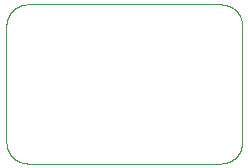
<source format=gm1>
%TF.GenerationSoftware,KiCad,Pcbnew,9.0.6*%
%TF.CreationDate,2026-01-06T08:34:59+09:00*%
%TF.ProjectId,muon,6d756f6e-2e6b-4696-9361-645f70636258,rev?*%
%TF.SameCoordinates,Original*%
%TF.FileFunction,Profile,NP*%
%FSLAX46Y46*%
G04 Gerber Fmt 4.6, Leading zero omitted, Abs format (unit mm)*
G04 Created by KiCad (PCBNEW 9.0.6) date 2026-01-06 08:34:59*
%MOMM*%
%LPD*%
G01*
G04 APERTURE LIST*
%ADD10C,0.050000*%
%TA.AperFunction,Profile*%
%ADD11C,0.050000*%
%TD*%
G04 APERTURE END LIST*
D10*
X64000000Y-52362500D02*
X64000003Y-52329918D01*
X64000022Y-52297377D01*
X64000073Y-52264876D01*
X64000173Y-52232415D01*
X64000338Y-52199994D01*
X64000450Y-52183799D01*
X64000584Y-52167614D01*
X64000743Y-52151439D01*
X64000928Y-52135274D01*
X64001141Y-52119120D01*
X64001385Y-52102975D01*
X64001661Y-52086841D01*
X64001972Y-52070717D01*
X64002320Y-52054603D01*
X64002705Y-52038500D01*
X64003132Y-52022406D01*
X64003601Y-52006323D01*
X64004115Y-51990250D01*
X64004675Y-51974188D01*
X64005284Y-51958136D01*
X64005944Y-51942094D01*
X64006656Y-51926062D01*
X64007424Y-51910041D01*
X64008248Y-51894030D01*
X64009131Y-51878029D01*
X64010075Y-51862038D01*
X64011081Y-51846059D01*
X64012153Y-51830089D01*
X64013292Y-51814130D01*
X64014499Y-51798181D01*
X64015778Y-51782242D01*
X64017129Y-51766315D01*
X64018556Y-51750397D01*
X64020060Y-51734490D01*
X64020842Y-51726540D01*
X64021643Y-51718593D01*
X64022465Y-51710649D01*
X64023307Y-51702707D01*
X64024170Y-51694768D01*
X64025055Y-51686831D01*
X64025960Y-51678898D01*
X64026887Y-51670966D01*
X64027836Y-51663038D01*
X64028807Y-51655112D01*
X64029800Y-51647188D01*
X64030816Y-51639267D01*
X64031855Y-51631349D01*
X64032916Y-51623434D01*
X64034001Y-51615521D01*
X64035110Y-51607611D01*
X64036243Y-51599703D01*
X64037399Y-51591798D01*
X64038580Y-51583896D01*
X64039786Y-51575996D01*
X64041016Y-51568099D01*
X64042272Y-51560205D01*
X64043552Y-51552313D01*
X64044859Y-51544424D01*
X64046191Y-51536538D01*
X64047550Y-51528654D01*
X64048935Y-51520773D01*
X64050346Y-51512894D01*
X64051785Y-51505019D01*
X64053250Y-51497145D01*
X64054743Y-51489275D01*
X64056264Y-51481407D01*
X64057812Y-51473542D01*
X64059389Y-51465679D01*
X64060994Y-51457820D01*
X64062627Y-51449962D01*
X64064290Y-51442108D01*
X64065982Y-51434256D01*
X64067703Y-51426407D01*
X64069454Y-51418560D01*
X64071234Y-51410717D01*
X64073045Y-51402876D01*
X64074887Y-51395037D01*
X64076759Y-51387201D01*
X64078662Y-51379368D01*
X64080596Y-51371538D01*
X64082562Y-51363710D01*
X64084559Y-51355885D01*
X64086588Y-51348063D01*
X64088650Y-51340243D01*
X82659757Y-50088650D02*
X82665957Y-50090308D01*
X82672197Y-50091998D01*
X82678352Y-50093686D01*
X82684543Y-50095405D01*
X82690656Y-50097124D01*
X82696802Y-50098873D01*
X82702875Y-50100622D01*
X82708979Y-50102401D01*
X82715013Y-50104181D01*
X82721078Y-50105991D01*
X82727075Y-50107803D01*
X82733101Y-50109644D01*
X82739064Y-50111487D01*
X82745053Y-50113360D01*
X82750982Y-50115234D01*
X82756936Y-50117139D01*
X82762832Y-50119045D01*
X82768753Y-50120981D01*
X82774617Y-50122920D01*
X82780504Y-50124888D01*
X82786338Y-50126859D01*
X82792193Y-50128859D01*
X82797996Y-50130863D01*
X82803820Y-50132895D01*
X82809594Y-50134931D01*
X82815388Y-50136995D01*
X82821132Y-50139064D01*
X82826896Y-50141161D01*
X82832612Y-50143262D01*
X82838347Y-50145391D01*
X82844035Y-50147525D01*
X82849740Y-50149687D01*
X82855401Y-50151853D01*
X82861078Y-50154047D01*
X82866712Y-50156246D01*
X82872361Y-50158473D01*
X82877968Y-50160705D01*
X82883590Y-50162965D01*
X82889170Y-50165229D01*
X82894764Y-50167521D01*
X82900318Y-50169819D01*
X82905886Y-50172144D01*
X82911414Y-50174474D01*
X82916955Y-50176831D01*
X82922457Y-50179194D01*
X82927971Y-50181585D01*
X82933448Y-50183980D01*
X82938936Y-50186403D01*
X82944388Y-50188832D01*
X82949850Y-50191288D01*
X82955277Y-50193749D01*
X82960713Y-50196237D01*
X82966115Y-50198732D01*
X82971526Y-50201253D01*
X82976902Y-50203780D01*
X82982288Y-50206334D01*
X82987640Y-50208894D01*
X82993000Y-50211480D01*
X82998328Y-50214073D01*
X83003663Y-50216692D01*
X83008966Y-50219318D01*
X83014277Y-50221970D01*
X83019556Y-50224628D01*
X83024841Y-50227313D01*
X83030096Y-50230004D01*
X83035357Y-50232722D01*
X83040588Y-50235446D01*
X83045825Y-50238196D01*
X83051031Y-50240953D01*
X83056244Y-50243736D01*
X83061426Y-50246526D01*
X83066615Y-50249342D01*
X83071774Y-50252165D01*
X83076938Y-50255013D01*
X83082073Y-50257869D01*
X83087213Y-50260750D01*
X83092325Y-50263638D01*
X83097441Y-50266552D01*
X83102529Y-50269474D01*
X83107622Y-50272421D01*
X83112687Y-50275375D01*
X83117755Y-50278354D01*
X83122797Y-50281342D01*
X83127842Y-50284354D01*
X83132860Y-50287374D01*
X83137881Y-50290419D01*
X83142876Y-50293472D01*
X83147874Y-50296551D01*
X83152846Y-50299637D01*
X83157821Y-50302748D01*
X83162770Y-50305866D01*
X83167721Y-50309011D01*
X83172647Y-50312162D01*
X83177575Y-50315339D01*
X83182478Y-50318524D01*
X83187383Y-50321734D01*
X83192263Y-50324952D01*
X83197145Y-50328195D01*
X83202002Y-50331446D01*
X83206861Y-50334722D01*
X83211695Y-50338006D01*
X83216531Y-50341315D01*
X83221343Y-50344632D01*
X83226156Y-50347974D01*
X83230945Y-50351325D01*
X83235735Y-50354700D01*
X83240502Y-50358083D01*
X83245269Y-50361492D01*
X83250013Y-50364909D01*
X83254757Y-50368350D01*
X83259479Y-50371800D01*
X83264201Y-50375275D01*
X83268900Y-50378759D01*
X83273599Y-50382267D01*
X83278276Y-50385784D01*
X83282953Y-50389325D01*
X83288736Y-50393740D01*
X65523723Y-50048404D02*
X65537403Y-50046033D01*
X65551199Y-50043723D01*
X65565115Y-50041474D01*
X65579156Y-50039285D01*
X65593326Y-50037157D01*
X65607632Y-50035088D01*
X65622078Y-50033080D01*
X65636670Y-50031132D01*
X65651415Y-50029244D01*
X65666320Y-50027416D01*
X65681391Y-50025647D01*
X65696636Y-50023938D01*
X65712064Y-50022289D01*
X65727684Y-50020699D01*
X65743505Y-50019169D01*
X65759539Y-50017698D01*
X65775796Y-50016286D01*
X65792291Y-50014933D01*
X65809036Y-50013640D01*
X65826047Y-50012405D01*
X65843341Y-50011230D01*
X65860938Y-50010113D01*
X65878859Y-50009056D01*
X65897128Y-50008057D01*
X65915772Y-50007117D01*
X65934823Y-50006236D01*
X65954316Y-50005414D01*
X65974295Y-50004651D01*
X65994808Y-50003946D01*
X66015914Y-50003299D01*
X66037685Y-50002711D01*
X66060207Y-50002182D01*
X66083590Y-50001711D01*
X66107975Y-50001298D01*
X66133547Y-50000943D01*
X66160560Y-50000645D01*
X66189383Y-50000406D01*
X66220582Y-50000223D01*
X66255126Y-50000096D01*
X66294952Y-50000024D01*
X66345338Y-50000000D01*
X66362500Y-50000000D01*
D11*
X84000000Y-61137500D02*
X84000000Y-52362500D01*
D10*
X83288736Y-50393740D02*
X83293384Y-50397317D01*
X83298026Y-50400914D01*
X83302650Y-50404522D01*
X83307268Y-50408151D01*
X83311868Y-50411792D01*
X83316461Y-50415453D01*
X83321036Y-50419126D01*
X83325605Y-50422818D01*
X83330155Y-50426522D01*
X83334699Y-50430246D01*
X83339224Y-50433981D01*
X83343742Y-50437736D01*
X83348241Y-50441501D01*
X83352734Y-50445287D01*
X83357208Y-50449083D01*
X83361674Y-50452900D01*
X83366121Y-50456726D01*
X83370561Y-50460573D01*
X83374982Y-50464430D01*
X83379396Y-50468306D01*
X83383790Y-50472193D01*
X83388176Y-50476099D01*
X83392544Y-50480015D01*
X83396903Y-50483951D01*
X83401243Y-50487897D01*
X83405575Y-50491862D01*
X83409888Y-50495836D01*
X83414192Y-50499831D01*
X83418476Y-50503834D01*
X83422753Y-50507857D01*
X83427009Y-50511889D01*
X83431257Y-50515941D01*
X83435486Y-50520002D01*
X83439705Y-50524082D01*
X83443905Y-50528170D01*
X83448096Y-50532278D01*
X83452268Y-50536395D01*
X83456430Y-50540531D01*
X83460572Y-50544676D01*
X83464705Y-50548840D01*
X83468819Y-50553012D01*
X83472922Y-50557203D01*
X83477007Y-50561403D01*
X83481081Y-50565621D01*
X83485136Y-50569848D01*
X83489180Y-50574093D01*
X83493205Y-50578347D01*
X83497220Y-50582619D01*
X83501215Y-50586900D01*
X83505200Y-50591199D01*
X83509165Y-50595506D01*
X83513120Y-50599831D01*
X83517055Y-50604165D01*
X83520979Y-50608517D01*
X83524884Y-50612876D01*
X83528778Y-50617254D01*
X83532652Y-50621640D01*
X83536515Y-50626044D01*
X83540359Y-50630455D01*
X83544192Y-50634885D01*
X83548004Y-50639322D01*
X83551806Y-50643777D01*
X83555588Y-50648240D01*
X83559358Y-50652721D01*
X83563109Y-50657209D01*
X83566849Y-50661714D01*
X83570568Y-50666228D01*
X83574276Y-50670759D01*
X83577965Y-50675297D01*
X83581641Y-50679853D01*
X83585298Y-50684416D01*
X83588943Y-50688997D01*
X83592569Y-50693585D01*
X83596182Y-50698190D01*
X83599776Y-50702802D01*
X83603358Y-50707432D01*
X83606920Y-50712069D01*
X83610470Y-50716723D01*
X83614000Y-50721384D01*
X83617518Y-50726063D01*
X83621016Y-50730748D01*
X83624502Y-50735451D01*
X83627967Y-50740160D01*
X83631421Y-50744887D01*
X83634855Y-50749620D01*
X83638277Y-50754370D01*
X83641678Y-50759127D01*
X83645067Y-50763902D01*
X83648436Y-50768682D01*
X83651793Y-50773480D01*
X83655130Y-50778284D01*
X83658454Y-50783105D01*
X83661758Y-50787933D01*
X83665050Y-50792778D01*
X83668322Y-50797629D01*
X83671581Y-50802497D01*
X83674820Y-50807371D01*
X83678046Y-50812262D01*
X83681252Y-50817159D01*
X83684445Y-50822073D01*
X83687619Y-50826994D01*
X83690779Y-50831931D01*
X83693920Y-50836874D01*
X83697047Y-50841834D01*
X83700155Y-50846800D01*
X83703249Y-50851783D01*
X83706324Y-50856772D01*
X83709385Y-50861777D01*
X83712426Y-50866789D01*
X83715455Y-50871817D01*
X83718463Y-50876851D01*
X83721458Y-50881901D01*
X83726314Y-50890176D01*
X65340243Y-63411350D02*
X65334043Y-63409692D01*
X65327803Y-63408002D01*
X65321648Y-63406314D01*
X65315457Y-63404595D01*
X65309344Y-63402876D01*
X65303198Y-63401127D01*
X65297125Y-63399378D01*
X65291021Y-63397599D01*
X65284987Y-63395819D01*
X65278922Y-63394009D01*
X65272925Y-63392197D01*
X65266899Y-63390356D01*
X65260936Y-63388513D01*
X65254947Y-63386640D01*
X65249018Y-63384766D01*
X65243064Y-63382861D01*
X65237168Y-63380955D01*
X65231247Y-63379019D01*
X65225383Y-63377080D01*
X65219496Y-63375112D01*
X65213662Y-63373141D01*
X65207807Y-63371141D01*
X65202004Y-63369137D01*
X65196180Y-63367105D01*
X65190406Y-63365069D01*
X65184612Y-63363005D01*
X65178868Y-63360936D01*
X65173104Y-63358839D01*
X65167388Y-63356738D01*
X65161653Y-63354609D01*
X65155965Y-63352475D01*
X65150260Y-63350313D01*
X65144599Y-63348147D01*
X65138922Y-63345953D01*
X65133288Y-63343754D01*
X65127639Y-63341527D01*
X65122032Y-63339295D01*
X65116410Y-63337035D01*
X65110830Y-63334771D01*
X65105236Y-63332479D01*
X65099682Y-63330181D01*
X65094114Y-63327856D01*
X65088586Y-63325526D01*
X65083045Y-63323169D01*
X65077543Y-63320806D01*
X65072029Y-63318415D01*
X65066552Y-63316020D01*
X65061064Y-63313597D01*
X65055612Y-63311168D01*
X65050150Y-63308712D01*
X65044723Y-63306251D01*
X65039287Y-63303763D01*
X65033885Y-63301268D01*
X65028474Y-63298747D01*
X65023098Y-63296220D01*
X65017712Y-63293666D01*
X65012360Y-63291106D01*
X65007000Y-63288520D01*
X65001672Y-63285927D01*
X64996337Y-63283308D01*
X64991034Y-63280682D01*
X64985723Y-63278030D01*
X64980444Y-63275372D01*
X64975159Y-63272687D01*
X64969904Y-63269996D01*
X64964643Y-63267278D01*
X64959412Y-63264554D01*
X64954175Y-63261804D01*
X64948969Y-63259047D01*
X64943756Y-63256264D01*
X64938574Y-63253474D01*
X64933385Y-63250658D01*
X64928226Y-63247835D01*
X64923062Y-63244987D01*
X64917927Y-63242131D01*
X64912787Y-63239250D01*
X64907675Y-63236362D01*
X64902559Y-63233448D01*
X64897471Y-63230526D01*
X64892378Y-63227579D01*
X64887313Y-63224625D01*
X64882245Y-63221646D01*
X64877203Y-63218658D01*
X64872158Y-63215646D01*
X64867140Y-63212626D01*
X64862119Y-63209581D01*
X64857124Y-63206528D01*
X64852126Y-63203449D01*
X64847154Y-63200363D01*
X64842179Y-63197252D01*
X64837230Y-63194134D01*
X64832279Y-63190989D01*
X64827353Y-63187838D01*
X64822425Y-63184661D01*
X64817522Y-63181476D01*
X64812617Y-63178266D01*
X64807737Y-63175048D01*
X64802855Y-63171805D01*
X64797998Y-63168554D01*
X64793139Y-63165278D01*
X64788305Y-63161994D01*
X64783469Y-63158685D01*
X64778657Y-63155368D01*
X64773844Y-63152026D01*
X64769055Y-63148675D01*
X64764265Y-63145300D01*
X64759498Y-63141917D01*
X64754731Y-63138508D01*
X64749987Y-63135091D01*
X64745243Y-63131650D01*
X64740521Y-63128200D01*
X64735799Y-63124725D01*
X64731100Y-63121241D01*
X64726401Y-63117733D01*
X64721724Y-63114216D01*
X64717047Y-63110675D01*
X64711264Y-63106260D01*
X83109824Y-63226314D02*
X83099704Y-63232169D01*
X83089542Y-63237957D01*
X83079335Y-63243678D01*
X83069086Y-63249332D01*
X83058791Y-63254920D01*
X83048453Y-63260441D01*
X83038069Y-63265895D01*
X83027640Y-63271284D01*
X83017165Y-63276606D01*
X83006644Y-63281863D01*
X82996076Y-63287054D01*
X82985461Y-63292179D01*
X82974799Y-63297239D01*
X82964088Y-63302234D01*
X82953328Y-63307163D01*
X82942519Y-63312028D01*
X82931661Y-63316827D01*
X82920752Y-63321562D01*
X82909791Y-63326232D01*
X82898780Y-63330837D01*
X82887716Y-63335378D01*
X82876599Y-63339855D01*
X82865429Y-63344267D01*
X82854204Y-63348615D01*
X82842925Y-63352899D01*
X82831589Y-63357119D01*
X82820197Y-63361275D01*
X82808748Y-63365368D01*
X82797240Y-63369396D01*
X82785673Y-63373362D01*
X82774046Y-63377263D01*
X82762358Y-63381101D01*
X82750608Y-63384876D01*
X82738795Y-63388588D01*
X82726917Y-63392236D01*
X82714973Y-63395822D01*
X82702963Y-63399344D01*
X82690885Y-63402804D01*
X82678737Y-63406200D01*
X82666518Y-63409534D01*
X82654226Y-63412806D01*
X82641860Y-63416015D01*
X82629417Y-63419162D01*
X82616897Y-63422246D01*
X82604296Y-63425269D01*
X82591613Y-63428230D01*
X82578846Y-63431128D01*
X82565991Y-63433966D01*
X82553046Y-63436741D01*
X82540009Y-63439456D01*
X82526875Y-63442109D01*
X82513642Y-63444702D01*
X82500305Y-63447234D01*
X82486860Y-63449706D01*
X82476277Y-63451596D01*
X81637500Y-50000000D02*
X81670082Y-50000003D01*
X81702623Y-50000022D01*
X81735124Y-50000073D01*
X81767585Y-50000173D01*
X81800006Y-50000338D01*
X81816201Y-50000450D01*
X81832386Y-50000584D01*
X81848561Y-50000743D01*
X81864726Y-50000928D01*
X81880880Y-50001141D01*
X81897025Y-50001385D01*
X81913159Y-50001661D01*
X81929283Y-50001972D01*
X81945397Y-50002320D01*
X81961500Y-50002705D01*
X81977594Y-50003132D01*
X81993677Y-50003601D01*
X82009750Y-50004115D01*
X82025812Y-50004675D01*
X82041864Y-50005284D01*
X82057906Y-50005944D01*
X82073938Y-50006656D01*
X82089959Y-50007424D01*
X82105970Y-50008248D01*
X82121971Y-50009131D01*
X82137962Y-50010075D01*
X82153942Y-50011081D01*
X82169911Y-50012153D01*
X82185870Y-50013292D01*
X82201819Y-50014499D01*
X82217758Y-50015778D01*
X82233685Y-50017129D01*
X82249603Y-50018556D01*
X82265510Y-50020060D01*
X82273460Y-50020842D01*
X82281407Y-50021643D01*
X82289351Y-50022465D01*
X82297293Y-50023307D01*
X82305232Y-50024170D01*
X82313169Y-50025055D01*
X82321102Y-50025960D01*
X82329034Y-50026887D01*
X82336962Y-50027836D01*
X82344888Y-50028807D01*
X82352812Y-50029800D01*
X82360733Y-50030816D01*
X82368651Y-50031855D01*
X82376566Y-50032916D01*
X82384479Y-50034001D01*
X82392389Y-50035110D01*
X82400297Y-50036243D01*
X82408202Y-50037399D01*
X82416104Y-50038580D01*
X82424004Y-50039786D01*
X82431901Y-50041016D01*
X82439795Y-50042272D01*
X82447687Y-50043552D01*
X82455576Y-50044859D01*
X82463462Y-50046191D01*
X82471346Y-50047550D01*
X82479227Y-50048935D01*
X82487106Y-50050346D01*
X82494981Y-50051785D01*
X82502855Y-50053250D01*
X82510725Y-50054743D01*
X82518593Y-50056264D01*
X82526458Y-50057812D01*
X82534321Y-50059389D01*
X82542180Y-50060994D01*
X82550038Y-50062627D01*
X82557892Y-50064290D01*
X82565744Y-50065982D01*
X82573593Y-50067703D01*
X82581440Y-50069454D01*
X82589283Y-50071234D01*
X82597124Y-50073045D01*
X82604963Y-50074887D01*
X82612799Y-50076759D01*
X82620632Y-50078662D01*
X82628462Y-50080596D01*
X82636290Y-50082562D01*
X82644115Y-50084559D01*
X82651937Y-50086588D01*
X82659757Y-50088650D01*
X66362500Y-63500000D02*
X66329918Y-63499997D01*
X66297377Y-63499978D01*
X66264876Y-63499927D01*
X66232415Y-63499827D01*
X66199994Y-63499662D01*
X66183799Y-63499550D01*
X66167614Y-63499416D01*
X66151439Y-63499257D01*
X66135274Y-63499072D01*
X66119120Y-63498859D01*
X66102975Y-63498615D01*
X66086841Y-63498339D01*
X66070717Y-63498028D01*
X66054603Y-63497680D01*
X66038500Y-63497295D01*
X66022406Y-63496868D01*
X66006323Y-63496399D01*
X65990250Y-63495885D01*
X65974188Y-63495325D01*
X65958136Y-63494716D01*
X65942094Y-63494056D01*
X65926062Y-63493344D01*
X65910041Y-63492576D01*
X65894030Y-63491752D01*
X65878029Y-63490869D01*
X65862038Y-63489925D01*
X65846059Y-63488919D01*
X65830089Y-63487847D01*
X65814130Y-63486708D01*
X65798181Y-63485501D01*
X65782242Y-63484222D01*
X65766315Y-63482871D01*
X65750397Y-63481444D01*
X65734490Y-63479940D01*
X65726540Y-63479158D01*
X65718593Y-63478357D01*
X65710649Y-63477535D01*
X65702707Y-63476693D01*
X65694768Y-63475830D01*
X65686831Y-63474945D01*
X65678898Y-63474040D01*
X65670966Y-63473113D01*
X65663038Y-63472164D01*
X65655112Y-63471193D01*
X65647188Y-63470200D01*
X65639267Y-63469184D01*
X65631349Y-63468145D01*
X65623434Y-63467084D01*
X65615521Y-63465999D01*
X65607611Y-63464890D01*
X65599703Y-63463757D01*
X65591798Y-63462601D01*
X65583896Y-63461420D01*
X65575996Y-63460214D01*
X65568099Y-63458984D01*
X65560205Y-63457728D01*
X65552313Y-63456448D01*
X65544424Y-63455141D01*
X65536538Y-63453809D01*
X65528654Y-63452450D01*
X65520773Y-63451065D01*
X65512894Y-63449654D01*
X65505019Y-63448215D01*
X65497145Y-63446750D01*
X65489275Y-63445257D01*
X65481407Y-63443736D01*
X65473542Y-63442188D01*
X65465679Y-63440611D01*
X65457820Y-63439006D01*
X65449962Y-63437373D01*
X65442108Y-63435710D01*
X65434256Y-63434018D01*
X65426407Y-63432297D01*
X65418560Y-63430546D01*
X65410717Y-63428766D01*
X65402876Y-63426955D01*
X65395037Y-63425113D01*
X65387201Y-63423241D01*
X65379368Y-63421338D01*
X65371538Y-63419404D01*
X65363710Y-63417438D01*
X65355885Y-63415441D01*
X65348063Y-63413412D01*
X65340243Y-63411350D01*
X83726314Y-50890176D02*
X83732169Y-50900296D01*
X83737957Y-50910458D01*
X83743678Y-50920665D01*
X83749332Y-50930914D01*
X83754920Y-50941209D01*
X83760441Y-50951547D01*
X83765895Y-50961931D01*
X83771284Y-50972360D01*
X83776606Y-50982835D01*
X83781863Y-50993356D01*
X83787054Y-51003924D01*
X83792179Y-51014539D01*
X83797239Y-51025201D01*
X83802234Y-51035912D01*
X83807163Y-51046672D01*
X83812028Y-51057481D01*
X83816827Y-51068339D01*
X83821562Y-51079248D01*
X83826232Y-51090209D01*
X83830837Y-51101220D01*
X83835378Y-51112284D01*
X83839855Y-51123401D01*
X83844267Y-51134571D01*
X83848615Y-51145796D01*
X83852899Y-51157075D01*
X83857119Y-51168411D01*
X83861275Y-51179803D01*
X83865368Y-51191252D01*
X83869396Y-51202760D01*
X83873362Y-51214327D01*
X83877263Y-51225954D01*
X83881101Y-51237642D01*
X83884876Y-51249392D01*
X83888588Y-51261205D01*
X83892236Y-51273083D01*
X83895822Y-51285027D01*
X83899344Y-51297037D01*
X83902804Y-51309115D01*
X83906200Y-51321263D01*
X83909534Y-51333482D01*
X83912806Y-51345774D01*
X83916015Y-51358140D01*
X83919162Y-51370583D01*
X83922246Y-51383103D01*
X83925269Y-51395704D01*
X83928230Y-51408387D01*
X83931128Y-51421154D01*
X83933966Y-51434009D01*
X83936741Y-51446954D01*
X83939456Y-51459991D01*
X83942109Y-51473125D01*
X83944702Y-51486358D01*
X83947234Y-51499695D01*
X83949706Y-51513140D01*
X83951596Y-51523723D01*
X64711264Y-63106260D02*
X64706616Y-63102683D01*
X64701974Y-63099086D01*
X64697350Y-63095478D01*
X64692732Y-63091849D01*
X64688132Y-63088208D01*
X64683539Y-63084547D01*
X64678964Y-63080874D01*
X64674395Y-63077182D01*
X64669845Y-63073478D01*
X64665301Y-63069754D01*
X64660776Y-63066019D01*
X64656258Y-63062264D01*
X64651759Y-63058499D01*
X64647266Y-63054713D01*
X64642792Y-63050917D01*
X64638326Y-63047100D01*
X64633879Y-63043274D01*
X64629439Y-63039427D01*
X64625018Y-63035570D01*
X64620604Y-63031694D01*
X64616210Y-63027807D01*
X64611824Y-63023901D01*
X64607456Y-63019985D01*
X64603097Y-63016049D01*
X64598757Y-63012103D01*
X64594425Y-63008138D01*
X64590112Y-63004164D01*
X64585808Y-63000169D01*
X64581524Y-62996166D01*
X64577247Y-62992143D01*
X64572991Y-62988111D01*
X64568743Y-62984059D01*
X64564514Y-62979998D01*
X64560295Y-62975918D01*
X64556095Y-62971830D01*
X64551904Y-62967722D01*
X64547732Y-62963605D01*
X64543570Y-62959469D01*
X64539428Y-62955324D01*
X64535295Y-62951160D01*
X64531181Y-62946988D01*
X64527078Y-62942797D01*
X64522993Y-62938597D01*
X64518919Y-62934379D01*
X64514864Y-62930152D01*
X64510820Y-62925907D01*
X64506795Y-62921653D01*
X64502780Y-62917381D01*
X64498785Y-62913100D01*
X64494800Y-62908801D01*
X64490835Y-62904494D01*
X64486880Y-62900169D01*
X64482945Y-62895835D01*
X64479021Y-62891483D01*
X64475116Y-62887124D01*
X64471222Y-62882746D01*
X64467348Y-62878360D01*
X64463485Y-62873956D01*
X64459641Y-62869545D01*
X64455808Y-62865115D01*
X64451996Y-62860678D01*
X64448194Y-62856223D01*
X64444412Y-62851760D01*
X64440642Y-62847279D01*
X64436891Y-62842791D01*
X64433151Y-62838286D01*
X64429432Y-62833772D01*
X64425724Y-62829241D01*
X64422035Y-62824703D01*
X64418359Y-62820147D01*
X64414702Y-62815584D01*
X64411057Y-62811003D01*
X64407431Y-62806415D01*
X64403818Y-62801810D01*
X64400224Y-62797198D01*
X64396642Y-62792568D01*
X64393080Y-62787931D01*
X64389530Y-62783277D01*
X64386000Y-62778616D01*
X64382482Y-62773937D01*
X64378984Y-62769252D01*
X64375498Y-62764549D01*
X64372033Y-62759840D01*
X64368579Y-62755113D01*
X64365145Y-62750380D01*
X64361723Y-62745630D01*
X64358322Y-62740873D01*
X64354933Y-62736098D01*
X64351564Y-62731318D01*
X64348207Y-62726520D01*
X64344870Y-62721716D01*
X64341546Y-62716895D01*
X64338242Y-62712067D01*
X64334950Y-62707222D01*
X64331678Y-62702371D01*
X64328419Y-62697503D01*
X64325180Y-62692629D01*
X64321954Y-62687738D01*
X64318748Y-62682841D01*
X64315555Y-62677927D01*
X64312381Y-62673006D01*
X64309221Y-62668069D01*
X64306080Y-62663126D01*
X64302953Y-62658166D01*
X64299845Y-62653200D01*
X64296751Y-62648217D01*
X64293676Y-62643228D01*
X64290615Y-62638223D01*
X64287574Y-62633211D01*
X64284545Y-62628183D01*
X64281537Y-62623149D01*
X64278542Y-62618099D01*
X64273686Y-62609824D01*
X83606260Y-62788736D02*
X83602683Y-62793384D01*
X83599086Y-62798026D01*
X83595478Y-62802650D01*
X83591849Y-62807268D01*
X83588208Y-62811868D01*
X83584547Y-62816461D01*
X83580874Y-62821036D01*
X83577182Y-62825605D01*
X83573478Y-62830155D01*
X83569754Y-62834699D01*
X83566019Y-62839224D01*
X83562264Y-62843742D01*
X83558499Y-62848241D01*
X83554713Y-62852734D01*
X83550917Y-62857208D01*
X83547100Y-62861674D01*
X83543274Y-62866121D01*
X83539427Y-62870561D01*
X83535570Y-62874982D01*
X83531694Y-62879396D01*
X83527807Y-62883790D01*
X83523901Y-62888176D01*
X83519985Y-62892544D01*
X83516049Y-62896903D01*
X83512103Y-62901243D01*
X83508138Y-62905575D01*
X83504164Y-62909888D01*
X83500169Y-62914192D01*
X83496166Y-62918476D01*
X83492143Y-62922753D01*
X83488111Y-62927009D01*
X83484059Y-62931257D01*
X83479998Y-62935486D01*
X83475918Y-62939705D01*
X83471830Y-62943905D01*
X83467722Y-62948096D01*
X83463605Y-62952268D01*
X83459469Y-62956430D01*
X83455324Y-62960572D01*
X83451160Y-62964705D01*
X83446988Y-62968819D01*
X83442797Y-62972922D01*
X83438597Y-62977007D01*
X83434379Y-62981081D01*
X83430152Y-62985136D01*
X83425907Y-62989180D01*
X83421653Y-62993205D01*
X83417381Y-62997220D01*
X83413100Y-63001215D01*
X83408801Y-63005200D01*
X83404494Y-63009165D01*
X83400169Y-63013120D01*
X83395835Y-63017055D01*
X83391483Y-63020979D01*
X83387124Y-63024884D01*
X83382746Y-63028778D01*
X83378360Y-63032652D01*
X83373956Y-63036515D01*
X83369545Y-63040359D01*
X83365115Y-63044192D01*
X83360678Y-63048004D01*
X83356223Y-63051806D01*
X83351760Y-63055588D01*
X83347279Y-63059358D01*
X83342791Y-63063109D01*
X83338286Y-63066849D01*
X83333772Y-63070568D01*
X83329241Y-63074276D01*
X83324703Y-63077965D01*
X83320147Y-63081641D01*
X83315584Y-63085298D01*
X83311003Y-63088943D01*
X83306415Y-63092569D01*
X83301810Y-63096182D01*
X83297198Y-63099776D01*
X83292568Y-63103358D01*
X83287931Y-63106920D01*
X83283277Y-63110470D01*
X83278616Y-63114000D01*
X83273937Y-63117518D01*
X83269252Y-63121016D01*
X83264549Y-63124502D01*
X83259840Y-63127967D01*
X83255113Y-63131421D01*
X83250380Y-63134855D01*
X83245630Y-63138277D01*
X83240873Y-63141678D01*
X83236098Y-63145067D01*
X83231318Y-63148436D01*
X83226520Y-63151793D01*
X83221716Y-63155130D01*
X83216895Y-63158454D01*
X83212067Y-63161758D01*
X83207222Y-63165050D01*
X83202371Y-63168322D01*
X83197503Y-63171581D01*
X83192629Y-63174820D01*
X83187738Y-63178046D01*
X83182841Y-63181252D01*
X83177927Y-63184445D01*
X83173006Y-63187619D01*
X83168069Y-63190779D01*
X83163126Y-63193920D01*
X83158166Y-63197047D01*
X83153200Y-63200155D01*
X83148217Y-63203249D01*
X83143228Y-63206324D01*
X83138223Y-63209385D01*
X83133211Y-63212426D01*
X83128183Y-63215455D01*
X83123149Y-63218463D01*
X83118099Y-63221458D01*
X83109824Y-63226314D01*
X64048404Y-61976277D02*
X64046033Y-61962597D01*
X64043723Y-61948801D01*
X64041474Y-61934885D01*
X64039285Y-61920844D01*
X64037157Y-61906674D01*
X64035088Y-61892368D01*
X64033080Y-61877922D01*
X64031132Y-61863330D01*
X64029244Y-61848585D01*
X64027416Y-61833680D01*
X64025647Y-61818609D01*
X64023938Y-61803364D01*
X64022289Y-61787936D01*
X64020699Y-61772316D01*
X64019169Y-61756495D01*
X64017698Y-61740461D01*
X64016286Y-61724204D01*
X64014933Y-61707709D01*
X64013640Y-61690964D01*
X64012405Y-61673953D01*
X64011230Y-61656659D01*
X64010113Y-61639062D01*
X64009056Y-61621141D01*
X64008057Y-61602872D01*
X64007117Y-61584228D01*
X64006236Y-61565177D01*
X64005414Y-61545684D01*
X64004651Y-61525705D01*
X64003946Y-61505192D01*
X64003299Y-61484086D01*
X64002711Y-61462315D01*
X64002182Y-61439793D01*
X64001711Y-61416410D01*
X64001298Y-61392025D01*
X64000943Y-61366453D01*
X64000645Y-61339440D01*
X64000406Y-61310617D01*
X64000223Y-61279418D01*
X64000096Y-61244874D01*
X64000024Y-61205048D01*
X64000000Y-61154662D01*
X64000000Y-61137500D01*
X64890176Y-50273686D02*
X64900296Y-50267831D01*
X64910458Y-50262043D01*
X64920665Y-50256322D01*
X64930914Y-50250668D01*
X64941209Y-50245080D01*
X64951547Y-50239559D01*
X64961931Y-50234105D01*
X64972360Y-50228716D01*
X64982835Y-50223394D01*
X64993356Y-50218137D01*
X65003924Y-50212946D01*
X65014539Y-50207821D01*
X65025201Y-50202761D01*
X65035912Y-50197766D01*
X65046672Y-50192837D01*
X65057481Y-50187972D01*
X65068339Y-50183173D01*
X65079248Y-50178438D01*
X65090209Y-50173768D01*
X65101220Y-50169163D01*
X65112284Y-50164622D01*
X65123401Y-50160145D01*
X65134571Y-50155733D01*
X65145796Y-50151385D01*
X65157075Y-50147101D01*
X65168411Y-50142881D01*
X65179803Y-50138725D01*
X65191252Y-50134632D01*
X65202760Y-50130604D01*
X65214327Y-50126638D01*
X65225954Y-50122737D01*
X65237642Y-50118899D01*
X65249392Y-50115124D01*
X65261205Y-50111412D01*
X65273083Y-50107764D01*
X65285027Y-50104178D01*
X65297037Y-50100656D01*
X65309115Y-50097196D01*
X65321263Y-50093800D01*
X65333482Y-50090466D01*
X65345774Y-50087194D01*
X65358140Y-50083985D01*
X65370583Y-50080838D01*
X65383103Y-50077754D01*
X65395704Y-50074731D01*
X65408387Y-50071770D01*
X65421154Y-50068872D01*
X65434009Y-50066034D01*
X65446954Y-50063259D01*
X65459991Y-50060544D01*
X65473125Y-50057891D01*
X65486358Y-50055298D01*
X65499695Y-50052766D01*
X65513140Y-50050294D01*
X65523723Y-50048404D01*
D11*
X66362500Y-63500000D02*
X81637500Y-63500000D01*
D10*
X64088650Y-51340243D02*
X64090308Y-51334043D01*
X64091998Y-51327803D01*
X64093686Y-51321648D01*
X64095405Y-51315457D01*
X64097124Y-51309344D01*
X64098873Y-51303198D01*
X64100622Y-51297125D01*
X64102401Y-51291021D01*
X64104181Y-51284987D01*
X64105991Y-51278922D01*
X64107803Y-51272925D01*
X64109644Y-51266899D01*
X64111487Y-51260936D01*
X64113360Y-51254947D01*
X64115234Y-51249018D01*
X64117139Y-51243064D01*
X64119045Y-51237168D01*
X64120981Y-51231247D01*
X64122920Y-51225383D01*
X64124888Y-51219496D01*
X64126859Y-51213662D01*
X64128859Y-51207807D01*
X64130863Y-51202004D01*
X64132895Y-51196180D01*
X64134931Y-51190406D01*
X64136995Y-51184612D01*
X64139064Y-51178868D01*
X64141161Y-51173104D01*
X64143262Y-51167388D01*
X64145391Y-51161653D01*
X64147525Y-51155965D01*
X64149687Y-51150260D01*
X64151853Y-51144599D01*
X64154047Y-51138922D01*
X64156246Y-51133288D01*
X64158473Y-51127639D01*
X64160705Y-51122032D01*
X64162965Y-51116410D01*
X64165229Y-51110830D01*
X64167521Y-51105236D01*
X64169819Y-51099682D01*
X64172144Y-51094114D01*
X64174474Y-51088586D01*
X64176831Y-51083045D01*
X64179194Y-51077543D01*
X64181585Y-51072029D01*
X64183980Y-51066552D01*
X64186403Y-51061064D01*
X64188832Y-51055612D01*
X64191288Y-51050150D01*
X64193749Y-51044723D01*
X64196237Y-51039287D01*
X64198732Y-51033885D01*
X64201253Y-51028474D01*
X64203780Y-51023098D01*
X64206334Y-51017712D01*
X64208894Y-51012360D01*
X64211480Y-51007000D01*
X64214073Y-51001672D01*
X64216692Y-50996337D01*
X64219318Y-50991034D01*
X64221970Y-50985723D01*
X64224628Y-50980444D01*
X64227313Y-50975159D01*
X64230004Y-50969904D01*
X64232722Y-50964643D01*
X64235446Y-50959412D01*
X64238196Y-50954175D01*
X64240953Y-50948969D01*
X64243736Y-50943756D01*
X64246526Y-50938574D01*
X64249342Y-50933385D01*
X64252165Y-50928226D01*
X64255013Y-50923062D01*
X64257869Y-50917927D01*
X64260750Y-50912787D01*
X64263638Y-50907675D01*
X64266552Y-50902559D01*
X64269474Y-50897471D01*
X64272421Y-50892378D01*
X64275375Y-50887313D01*
X64278354Y-50882245D01*
X64281342Y-50877203D01*
X64284354Y-50872158D01*
X64287374Y-50867140D01*
X64290419Y-50862119D01*
X64293472Y-50857124D01*
X64296551Y-50852126D01*
X64299637Y-50847154D01*
X64302748Y-50842179D01*
X64305866Y-50837230D01*
X64309011Y-50832279D01*
X64312162Y-50827353D01*
X64315339Y-50822425D01*
X64318524Y-50817522D01*
X64321734Y-50812617D01*
X64324952Y-50807737D01*
X64328195Y-50802855D01*
X64331446Y-50797998D01*
X64334722Y-50793139D01*
X64338006Y-50788305D01*
X64341315Y-50783469D01*
X64344632Y-50778657D01*
X64347974Y-50773844D01*
X64351325Y-50769055D01*
X64354700Y-50764265D01*
X64358083Y-50759498D01*
X64361492Y-50754731D01*
X64364909Y-50749987D01*
X64368350Y-50745243D01*
X64371800Y-50740521D01*
X64375275Y-50735799D01*
X64378759Y-50731100D01*
X64382267Y-50726401D01*
X64385784Y-50721724D01*
X64389325Y-50717047D01*
X64393740Y-50711264D01*
X84000000Y-61137500D02*
X83999997Y-61170082D01*
X83999978Y-61202623D01*
X83999927Y-61235124D01*
X83999827Y-61267585D01*
X83999662Y-61300006D01*
X83999550Y-61316201D01*
X83999416Y-61332386D01*
X83999257Y-61348561D01*
X83999072Y-61364726D01*
X83998859Y-61380880D01*
X83998615Y-61397025D01*
X83998339Y-61413159D01*
X83998028Y-61429283D01*
X83997680Y-61445397D01*
X83997295Y-61461500D01*
X83996868Y-61477594D01*
X83996399Y-61493677D01*
X83995885Y-61509750D01*
X83995325Y-61525812D01*
X83994716Y-61541864D01*
X83994056Y-61557906D01*
X83993344Y-61573938D01*
X83992576Y-61589959D01*
X83991752Y-61605970D01*
X83990869Y-61621971D01*
X83989925Y-61637962D01*
X83988919Y-61653942D01*
X83987847Y-61669911D01*
X83986708Y-61685870D01*
X83985501Y-61701819D01*
X83984222Y-61717758D01*
X83982871Y-61733685D01*
X83981444Y-61749603D01*
X83979940Y-61765510D01*
X83979158Y-61773460D01*
X83978357Y-61781407D01*
X83977535Y-61789351D01*
X83976693Y-61797293D01*
X83975830Y-61805232D01*
X83974945Y-61813169D01*
X83974040Y-61821102D01*
X83973113Y-61829034D01*
X83972164Y-61836962D01*
X83971193Y-61844888D01*
X83970200Y-61852812D01*
X83969184Y-61860733D01*
X83968145Y-61868651D01*
X83967084Y-61876566D01*
X83965999Y-61884479D01*
X83964890Y-61892389D01*
X83963757Y-61900297D01*
X83962601Y-61908202D01*
X83961420Y-61916104D01*
X83960214Y-61924004D01*
X83958984Y-61931901D01*
X83957728Y-61939795D01*
X83956448Y-61947687D01*
X83955141Y-61955576D01*
X83953809Y-61963462D01*
X83952450Y-61971346D01*
X83951065Y-61979227D01*
X83949654Y-61987106D01*
X83948215Y-61994981D01*
X83946750Y-62002855D01*
X83945257Y-62010725D01*
X83943736Y-62018593D01*
X83942188Y-62026458D01*
X83940611Y-62034321D01*
X83939006Y-62042180D01*
X83937373Y-62050038D01*
X83935710Y-62057892D01*
X83934018Y-62065744D01*
X83932297Y-62073593D01*
X83930546Y-62081440D01*
X83928766Y-62089283D01*
X83926955Y-62097124D01*
X83925113Y-62104963D01*
X83923241Y-62112799D01*
X83921338Y-62120632D01*
X83919404Y-62128462D01*
X83917438Y-62136290D01*
X83915441Y-62144115D01*
X83913412Y-62151937D01*
X83911350Y-62159757D01*
X64273686Y-62609824D02*
X64267831Y-62599704D01*
X64262043Y-62589542D01*
X64256322Y-62579335D01*
X64250668Y-62569086D01*
X64245080Y-62558791D01*
X64239559Y-62548453D01*
X64234105Y-62538069D01*
X64228716Y-62527640D01*
X64223394Y-62517165D01*
X64218137Y-62506644D01*
X64212946Y-62496076D01*
X64207821Y-62485461D01*
X64202761Y-62474799D01*
X64197766Y-62464088D01*
X64192837Y-62453328D01*
X64187972Y-62442519D01*
X64183173Y-62431661D01*
X64178438Y-62420752D01*
X64173768Y-62409791D01*
X64169163Y-62398780D01*
X64164622Y-62387716D01*
X64160145Y-62376599D01*
X64155733Y-62365429D01*
X64151385Y-62354204D01*
X64147101Y-62342925D01*
X64142881Y-62331589D01*
X64138725Y-62320197D01*
X64134632Y-62308748D01*
X64130604Y-62297240D01*
X64126638Y-62285673D01*
X64122737Y-62274046D01*
X64118899Y-62262358D01*
X64115124Y-62250608D01*
X64111412Y-62238795D01*
X64107764Y-62226917D01*
X64104178Y-62214973D01*
X64100656Y-62202963D01*
X64097196Y-62190885D01*
X64093800Y-62178737D01*
X64090466Y-62166518D01*
X64087194Y-62154226D01*
X64083985Y-62141860D01*
X64080838Y-62129417D01*
X64077754Y-62116897D01*
X64074731Y-62104296D01*
X64071770Y-62091613D01*
X64068872Y-62078846D01*
X64066034Y-62065991D01*
X64063259Y-62053046D01*
X64060544Y-62040009D01*
X64057891Y-62026875D01*
X64055298Y-62013642D01*
X64052766Y-62000305D01*
X64050294Y-61986860D01*
X64048404Y-61976277D01*
X83951596Y-51523723D02*
X83953967Y-51537403D01*
X83956277Y-51551199D01*
X83958526Y-51565115D01*
X83960715Y-51579156D01*
X83962843Y-51593326D01*
X83964912Y-51607632D01*
X83966920Y-51622078D01*
X83968868Y-51636670D01*
X83970756Y-51651415D01*
X83972584Y-51666320D01*
X83974353Y-51681391D01*
X83976062Y-51696636D01*
X83977711Y-51712064D01*
X83979301Y-51727684D01*
X83980831Y-51743505D01*
X83982302Y-51759539D01*
X83983714Y-51775796D01*
X83985067Y-51792291D01*
X83986360Y-51809036D01*
X83987595Y-51826047D01*
X83988770Y-51843341D01*
X83989887Y-51860938D01*
X83990944Y-51878859D01*
X83991943Y-51897128D01*
X83992883Y-51915772D01*
X83993764Y-51934823D01*
X83994586Y-51954316D01*
X83995349Y-51974295D01*
X83996054Y-51994808D01*
X83996701Y-52015914D01*
X83997289Y-52037685D01*
X83997818Y-52060207D01*
X83998289Y-52083590D01*
X83998702Y-52107975D01*
X83999057Y-52133547D01*
X83999355Y-52160560D01*
X83999594Y-52189383D01*
X83999777Y-52220582D01*
X83999904Y-52255126D01*
X83999976Y-52294952D01*
X84000000Y-52345338D01*
X84000000Y-52362500D01*
X83911350Y-62159757D02*
X83909692Y-62165957D01*
X83908002Y-62172197D01*
X83906314Y-62178352D01*
X83904595Y-62184543D01*
X83902876Y-62190656D01*
X83901127Y-62196802D01*
X83899378Y-62202875D01*
X83897599Y-62208979D01*
X83895819Y-62215013D01*
X83894009Y-62221078D01*
X83892197Y-62227075D01*
X83890356Y-62233101D01*
X83888513Y-62239064D01*
X83886640Y-62245053D01*
X83884766Y-62250982D01*
X83882861Y-62256936D01*
X83880955Y-62262832D01*
X83879019Y-62268753D01*
X83877080Y-62274617D01*
X83875112Y-62280504D01*
X83873141Y-62286338D01*
X83871141Y-62292193D01*
X83869137Y-62297996D01*
X83867105Y-62303820D01*
X83865069Y-62309594D01*
X83863005Y-62315388D01*
X83860936Y-62321132D01*
X83858839Y-62326896D01*
X83856738Y-62332612D01*
X83854609Y-62338347D01*
X83852475Y-62344035D01*
X83850313Y-62349740D01*
X83848147Y-62355401D01*
X83845953Y-62361078D01*
X83843754Y-62366712D01*
X83841527Y-62372361D01*
X83839295Y-62377968D01*
X83837035Y-62383590D01*
X83834771Y-62389170D01*
X83832479Y-62394764D01*
X83830181Y-62400318D01*
X83827856Y-62405886D01*
X83825526Y-62411414D01*
X83823169Y-62416955D01*
X83820806Y-62422457D01*
X83818415Y-62427971D01*
X83816020Y-62433448D01*
X83813597Y-62438936D01*
X83811168Y-62444388D01*
X83808712Y-62449850D01*
X83806251Y-62455277D01*
X83803763Y-62460713D01*
X83801268Y-62466115D01*
X83798747Y-62471526D01*
X83796220Y-62476902D01*
X83793666Y-62482288D01*
X83791106Y-62487640D01*
X83788520Y-62493000D01*
X83785927Y-62498328D01*
X83783308Y-62503663D01*
X83780682Y-62508966D01*
X83778030Y-62514277D01*
X83775372Y-62519556D01*
X83772687Y-62524841D01*
X83769996Y-62530096D01*
X83767278Y-62535357D01*
X83764554Y-62540588D01*
X83761804Y-62545825D01*
X83759047Y-62551031D01*
X83756264Y-62556244D01*
X83753474Y-62561426D01*
X83750658Y-62566615D01*
X83747835Y-62571774D01*
X83744987Y-62576938D01*
X83742131Y-62582073D01*
X83739250Y-62587213D01*
X83736362Y-62592325D01*
X83733448Y-62597441D01*
X83730526Y-62602529D01*
X83727579Y-62607622D01*
X83724625Y-62612687D01*
X83721646Y-62617755D01*
X83718658Y-62622797D01*
X83715646Y-62627842D01*
X83712626Y-62632860D01*
X83709581Y-62637881D01*
X83706528Y-62642876D01*
X83703449Y-62647874D01*
X83700363Y-62652846D01*
X83697252Y-62657821D01*
X83694134Y-62662770D01*
X83690989Y-62667721D01*
X83687838Y-62672647D01*
X83684661Y-62677575D01*
X83681476Y-62682478D01*
X83678266Y-62687383D01*
X83675048Y-62692263D01*
X83671805Y-62697145D01*
X83668554Y-62702002D01*
X83665278Y-62706861D01*
X83661994Y-62711695D01*
X83658685Y-62716531D01*
X83655368Y-62721343D01*
X83652026Y-62726156D01*
X83648675Y-62730945D01*
X83645300Y-62735735D01*
X83641917Y-62740502D01*
X83638508Y-62745269D01*
X83635091Y-62750013D01*
X83631650Y-62754757D01*
X83628200Y-62759479D01*
X83624725Y-62764201D01*
X83621241Y-62768900D01*
X83617733Y-62773599D01*
X83614216Y-62778276D01*
X83610675Y-62782953D01*
X83606260Y-62788736D01*
D11*
X81637500Y-50000000D02*
X66362500Y-50000000D01*
D10*
X64393740Y-50711264D02*
X64397317Y-50706616D01*
X64400914Y-50701974D01*
X64404522Y-50697350D01*
X64408151Y-50692732D01*
X64411792Y-50688132D01*
X64415453Y-50683539D01*
X64419126Y-50678964D01*
X64422818Y-50674395D01*
X64426522Y-50669845D01*
X64430246Y-50665301D01*
X64433981Y-50660776D01*
X64437736Y-50656258D01*
X64441501Y-50651759D01*
X64445287Y-50647266D01*
X64449083Y-50642792D01*
X64452900Y-50638326D01*
X64456726Y-50633879D01*
X64460573Y-50629439D01*
X64464430Y-50625018D01*
X64468306Y-50620604D01*
X64472193Y-50616210D01*
X64476099Y-50611824D01*
X64480015Y-50607456D01*
X64483951Y-50603097D01*
X64487897Y-50598757D01*
X64491862Y-50594425D01*
X64495836Y-50590112D01*
X64499831Y-50585808D01*
X64503834Y-50581524D01*
X64507857Y-50577247D01*
X64511889Y-50572991D01*
X64515941Y-50568743D01*
X64520002Y-50564514D01*
X64524082Y-50560295D01*
X64528170Y-50556095D01*
X64532278Y-50551904D01*
X64536395Y-50547732D01*
X64540531Y-50543570D01*
X64544676Y-50539428D01*
X64548840Y-50535295D01*
X64553012Y-50531181D01*
X64557203Y-50527078D01*
X64561403Y-50522993D01*
X64565621Y-50518919D01*
X64569848Y-50514864D01*
X64574093Y-50510820D01*
X64578347Y-50506795D01*
X64582619Y-50502780D01*
X64586900Y-50498785D01*
X64591199Y-50494800D01*
X64595506Y-50490835D01*
X64599831Y-50486880D01*
X64604165Y-50482945D01*
X64608517Y-50479021D01*
X64612876Y-50475116D01*
X64617254Y-50471222D01*
X64621640Y-50467348D01*
X64626044Y-50463485D01*
X64630455Y-50459641D01*
X64634885Y-50455808D01*
X64639322Y-50451996D01*
X64643777Y-50448194D01*
X64648240Y-50444412D01*
X64652721Y-50440642D01*
X64657209Y-50436891D01*
X64661714Y-50433151D01*
X64666228Y-50429432D01*
X64670759Y-50425724D01*
X64675297Y-50422035D01*
X64679853Y-50418359D01*
X64684416Y-50414702D01*
X64688997Y-50411057D01*
X64693585Y-50407431D01*
X64698190Y-50403818D01*
X64702802Y-50400224D01*
X64707432Y-50396642D01*
X64712069Y-50393080D01*
X64716723Y-50389530D01*
X64721384Y-50386000D01*
X64726063Y-50382482D01*
X64730748Y-50378984D01*
X64735451Y-50375498D01*
X64740160Y-50372033D01*
X64744887Y-50368579D01*
X64749620Y-50365145D01*
X64754370Y-50361723D01*
X64759127Y-50358322D01*
X64763902Y-50354933D01*
X64768682Y-50351564D01*
X64773480Y-50348207D01*
X64778284Y-50344870D01*
X64783105Y-50341546D01*
X64787933Y-50338242D01*
X64792778Y-50334950D01*
X64797629Y-50331678D01*
X64802497Y-50328419D01*
X64807371Y-50325180D01*
X64812262Y-50321954D01*
X64817159Y-50318748D01*
X64822073Y-50315555D01*
X64826994Y-50312381D01*
X64831931Y-50309221D01*
X64836874Y-50306080D01*
X64841834Y-50302953D01*
X64846800Y-50299845D01*
X64851783Y-50296751D01*
X64856772Y-50293676D01*
X64861777Y-50290615D01*
X64866789Y-50287574D01*
X64871817Y-50284545D01*
X64876851Y-50281537D01*
X64881901Y-50278542D01*
X64890176Y-50273686D01*
X82476277Y-63451596D02*
X82462597Y-63453967D01*
X82448801Y-63456277D01*
X82434885Y-63458526D01*
X82420844Y-63460715D01*
X82406674Y-63462843D01*
X82392368Y-63464912D01*
X82377922Y-63466920D01*
X82363330Y-63468868D01*
X82348585Y-63470756D01*
X82333680Y-63472584D01*
X82318609Y-63474353D01*
X82303364Y-63476062D01*
X82287936Y-63477711D01*
X82272316Y-63479301D01*
X82256495Y-63480831D01*
X82240461Y-63482302D01*
X82224204Y-63483714D01*
X82207709Y-63485067D01*
X82190964Y-63486360D01*
X82173953Y-63487595D01*
X82156659Y-63488770D01*
X82139062Y-63489887D01*
X82121141Y-63490944D01*
X82102872Y-63491943D01*
X82084228Y-63492883D01*
X82065177Y-63493764D01*
X82045684Y-63494586D01*
X82025705Y-63495349D01*
X82005192Y-63496054D01*
X81984086Y-63496701D01*
X81962315Y-63497289D01*
X81939793Y-63497818D01*
X81916410Y-63498289D01*
X81892025Y-63498702D01*
X81866453Y-63499057D01*
X81839440Y-63499355D01*
X81810617Y-63499594D01*
X81779418Y-63499777D01*
X81744874Y-63499904D01*
X81705048Y-63499976D01*
X81654662Y-63500000D01*
X81637500Y-63500000D01*
D11*
X64000000Y-52362500D02*
X64000000Y-61137500D01*
M02*

</source>
